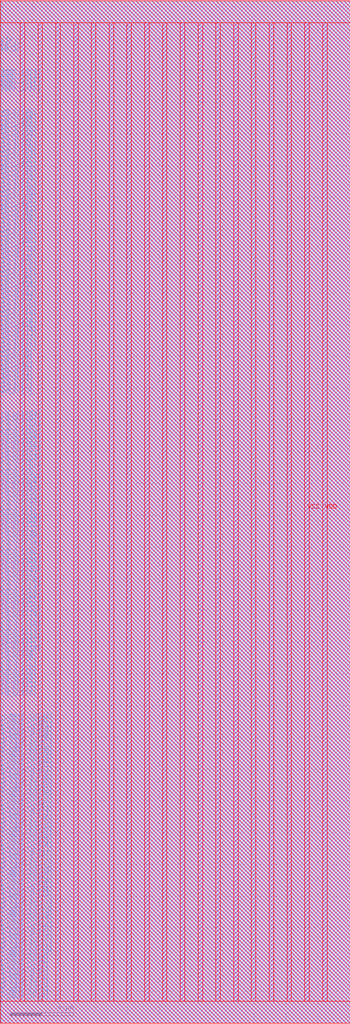
<source format=lef>
VERSION 5.7 ;
BUSBITCHARS "[]" ;
MACRO fakeram45_32x64
  FOREIGN fakeram45_32x64 0 0 ;
  SYMMETRY X Y R90 ;
  SIZE 22.040 BY 64.400 ;
  CLASS BLOCK ;
  PIN w_mask_in[0]
    DIRECTION INPUT ;
    USE SIGNAL ;
    SHAPE ABUTMENT ;
    PORT
      LAYER metal3 ;
      RECT 0.000 1.365 0.070 1.435 ;
    END
  END w_mask_in[0]
  PIN w_mask_in[1]
    DIRECTION INPUT ;
    USE SIGNAL ;
    SHAPE ABUTMENT ;
    PORT
      LAYER metal3 ;
      RECT 0.000 1.645 0.070 1.715 ;
    END
  END w_mask_in[1]
  PIN w_mask_in[2]
    DIRECTION INPUT ;
    USE SIGNAL ;
    SHAPE ABUTMENT ;
    PORT
      LAYER metal3 ;
      RECT 0.000 1.925 0.070 1.995 ;
    END
  END w_mask_in[2]
  PIN w_mask_in[3]
    DIRECTION INPUT ;
    USE SIGNAL ;
    SHAPE ABUTMENT ;
    PORT
      LAYER metal3 ;
      RECT 0.000 2.205 0.070 2.275 ;
    END
  END w_mask_in[3]
  PIN w_mask_in[4]
    DIRECTION INPUT ;
    USE SIGNAL ;
    SHAPE ABUTMENT ;
    PORT
      LAYER metal3 ;
      RECT 0.000 2.485 0.070 2.555 ;
    END
  END w_mask_in[4]
  PIN w_mask_in[5]
    DIRECTION INPUT ;
    USE SIGNAL ;
    SHAPE ABUTMENT ;
    PORT
      LAYER metal3 ;
      RECT 0.000 2.765 0.070 2.835 ;
    END
  END w_mask_in[5]
  PIN w_mask_in[6]
    DIRECTION INPUT ;
    USE SIGNAL ;
    SHAPE ABUTMENT ;
    PORT
      LAYER metal3 ;
      RECT 0.000 3.045 0.070 3.115 ;
    END
  END w_mask_in[6]
  PIN w_mask_in[7]
    DIRECTION INPUT ;
    USE SIGNAL ;
    SHAPE ABUTMENT ;
    PORT
      LAYER metal3 ;
      RECT 0.000 3.325 0.070 3.395 ;
    END
  END w_mask_in[7]
  PIN w_mask_in[8]
    DIRECTION INPUT ;
    USE SIGNAL ;
    SHAPE ABUTMENT ;
    PORT
      LAYER metal3 ;
      RECT 0.000 3.605 0.070 3.675 ;
    END
  END w_mask_in[8]
  PIN w_mask_in[9]
    DIRECTION INPUT ;
    USE SIGNAL ;
    SHAPE ABUTMENT ;
    PORT
      LAYER metal3 ;
      RECT 0.000 3.885 0.070 3.955 ;
    END
  END w_mask_in[9]
  PIN w_mask_in[10]
    DIRECTION INPUT ;
    USE SIGNAL ;
    SHAPE ABUTMENT ;
    PORT
      LAYER metal3 ;
      RECT 0.000 4.165 0.070 4.235 ;
    END
  END w_mask_in[10]
  PIN w_mask_in[11]
    DIRECTION INPUT ;
    USE SIGNAL ;
    SHAPE ABUTMENT ;
    PORT
      LAYER metal3 ;
      RECT 0.000 4.445 0.070 4.515 ;
    END
  END w_mask_in[11]
  PIN w_mask_in[12]
    DIRECTION INPUT ;
    USE SIGNAL ;
    SHAPE ABUTMENT ;
    PORT
      LAYER metal3 ;
      RECT 0.000 4.725 0.070 4.795 ;
    END
  END w_mask_in[12]
  PIN w_mask_in[13]
    DIRECTION INPUT ;
    USE SIGNAL ;
    SHAPE ABUTMENT ;
    PORT
      LAYER metal3 ;
      RECT 0.000 5.005 0.070 5.075 ;
    END
  END w_mask_in[13]
  PIN w_mask_in[14]
    DIRECTION INPUT ;
    USE SIGNAL ;
    SHAPE ABUTMENT ;
    PORT
      LAYER metal3 ;
      RECT 0.000 5.285 0.070 5.355 ;
    END
  END w_mask_in[14]
  PIN w_mask_in[15]
    DIRECTION INPUT ;
    USE SIGNAL ;
    SHAPE ABUTMENT ;
    PORT
      LAYER metal3 ;
      RECT 0.000 5.565 0.070 5.635 ;
    END
  END w_mask_in[15]
  PIN w_mask_in[16]
    DIRECTION INPUT ;
    USE SIGNAL ;
    SHAPE ABUTMENT ;
    PORT
      LAYER metal3 ;
      RECT 0.000 5.845 0.070 5.915 ;
    END
  END w_mask_in[16]
  PIN w_mask_in[17]
    DIRECTION INPUT ;
    USE SIGNAL ;
    SHAPE ABUTMENT ;
    PORT
      LAYER metal3 ;
      RECT 0.000 6.125 0.070 6.195 ;
    END
  END w_mask_in[17]
  PIN w_mask_in[18]
    DIRECTION INPUT ;
    USE SIGNAL ;
    SHAPE ABUTMENT ;
    PORT
      LAYER metal3 ;
      RECT 0.000 6.405 0.070 6.475 ;
    END
  END w_mask_in[18]
  PIN w_mask_in[19]
    DIRECTION INPUT ;
    USE SIGNAL ;
    SHAPE ABUTMENT ;
    PORT
      LAYER metal3 ;
      RECT 0.000 6.685 0.070 6.755 ;
    END
  END w_mask_in[19]
  PIN w_mask_in[20]
    DIRECTION INPUT ;
    USE SIGNAL ;
    SHAPE ABUTMENT ;
    PORT
      LAYER metal3 ;
      RECT 0.000 6.965 0.070 7.035 ;
    END
  END w_mask_in[20]
  PIN w_mask_in[21]
    DIRECTION INPUT ;
    USE SIGNAL ;
    SHAPE ABUTMENT ;
    PORT
      LAYER metal3 ;
      RECT 0.000 7.245 0.070 7.315 ;
    END
  END w_mask_in[21]
  PIN w_mask_in[22]
    DIRECTION INPUT ;
    USE SIGNAL ;
    SHAPE ABUTMENT ;
    PORT
      LAYER metal3 ;
      RECT 0.000 7.525 0.070 7.595 ;
    END
  END w_mask_in[22]
  PIN w_mask_in[23]
    DIRECTION INPUT ;
    USE SIGNAL ;
    SHAPE ABUTMENT ;
    PORT
      LAYER metal3 ;
      RECT 0.000 7.805 0.070 7.875 ;
    END
  END w_mask_in[23]
  PIN w_mask_in[24]
    DIRECTION INPUT ;
    USE SIGNAL ;
    SHAPE ABUTMENT ;
    PORT
      LAYER metal3 ;
      RECT 0.000 8.085 0.070 8.155 ;
    END
  END w_mask_in[24]
  PIN w_mask_in[25]
    DIRECTION INPUT ;
    USE SIGNAL ;
    SHAPE ABUTMENT ;
    PORT
      LAYER metal3 ;
      RECT 0.000 8.365 0.070 8.435 ;
    END
  END w_mask_in[25]
  PIN w_mask_in[26]
    DIRECTION INPUT ;
    USE SIGNAL ;
    SHAPE ABUTMENT ;
    PORT
      LAYER metal3 ;
      RECT 0.000 8.645 0.070 8.715 ;
    END
  END w_mask_in[26]
  PIN w_mask_in[27]
    DIRECTION INPUT ;
    USE SIGNAL ;
    SHAPE ABUTMENT ;
    PORT
      LAYER metal3 ;
      RECT 0.000 8.925 0.070 8.995 ;
    END
  END w_mask_in[27]
  PIN w_mask_in[28]
    DIRECTION INPUT ;
    USE SIGNAL ;
    SHAPE ABUTMENT ;
    PORT
      LAYER metal3 ;
      RECT 0.000 9.205 0.070 9.275 ;
    END
  END w_mask_in[28]
  PIN w_mask_in[29]
    DIRECTION INPUT ;
    USE SIGNAL ;
    SHAPE ABUTMENT ;
    PORT
      LAYER metal3 ;
      RECT 0.000 9.485 0.070 9.555 ;
    END
  END w_mask_in[29]
  PIN w_mask_in[30]
    DIRECTION INPUT ;
    USE SIGNAL ;
    SHAPE ABUTMENT ;
    PORT
      LAYER metal3 ;
      RECT 0.000 9.765 0.070 9.835 ;
    END
  END w_mask_in[30]
  PIN w_mask_in[31]
    DIRECTION INPUT ;
    USE SIGNAL ;
    SHAPE ABUTMENT ;
    PORT
      LAYER metal3 ;
      RECT 0.000 10.045 0.070 10.115 ;
    END
  END w_mask_in[31]
  PIN w_mask_in[32]
    DIRECTION INPUT ;
    USE SIGNAL ;
    SHAPE ABUTMENT ;
    PORT
      LAYER metal3 ;
      RECT 0.000 10.325 0.070 10.395 ;
    END
  END w_mask_in[32]
  PIN w_mask_in[33]
    DIRECTION INPUT ;
    USE SIGNAL ;
    SHAPE ABUTMENT ;
    PORT
      LAYER metal3 ;
      RECT 0.000 10.605 0.070 10.675 ;
    END
  END w_mask_in[33]
  PIN w_mask_in[34]
    DIRECTION INPUT ;
    USE SIGNAL ;
    SHAPE ABUTMENT ;
    PORT
      LAYER metal3 ;
      RECT 0.000 10.885 0.070 10.955 ;
    END
  END w_mask_in[34]
  PIN w_mask_in[35]
    DIRECTION INPUT ;
    USE SIGNAL ;
    SHAPE ABUTMENT ;
    PORT
      LAYER metal3 ;
      RECT 0.000 11.165 0.070 11.235 ;
    END
  END w_mask_in[35]
  PIN w_mask_in[36]
    DIRECTION INPUT ;
    USE SIGNAL ;
    SHAPE ABUTMENT ;
    PORT
      LAYER metal3 ;
      RECT 0.000 11.445 0.070 11.515 ;
    END
  END w_mask_in[36]
  PIN w_mask_in[37]
    DIRECTION INPUT ;
    USE SIGNAL ;
    SHAPE ABUTMENT ;
    PORT
      LAYER metal3 ;
      RECT 0.000 11.725 0.070 11.795 ;
    END
  END w_mask_in[37]
  PIN w_mask_in[38]
    DIRECTION INPUT ;
    USE SIGNAL ;
    SHAPE ABUTMENT ;
    PORT
      LAYER metal3 ;
      RECT 0.000 12.005 0.070 12.075 ;
    END
  END w_mask_in[38]
  PIN w_mask_in[39]
    DIRECTION INPUT ;
    USE SIGNAL ;
    SHAPE ABUTMENT ;
    PORT
      LAYER metal3 ;
      RECT 0.000 12.285 0.070 12.355 ;
    END
  END w_mask_in[39]
  PIN w_mask_in[40]
    DIRECTION INPUT ;
    USE SIGNAL ;
    SHAPE ABUTMENT ;
    PORT
      LAYER metal3 ;
      RECT 0.000 12.565 0.070 12.635 ;
    END
  END w_mask_in[40]
  PIN w_mask_in[41]
    DIRECTION INPUT ;
    USE SIGNAL ;
    SHAPE ABUTMENT ;
    PORT
      LAYER metal3 ;
      RECT 0.000 12.845 0.070 12.915 ;
    END
  END w_mask_in[41]
  PIN w_mask_in[42]
    DIRECTION INPUT ;
    USE SIGNAL ;
    SHAPE ABUTMENT ;
    PORT
      LAYER metal3 ;
      RECT 0.000 13.125 0.070 13.195 ;
    END
  END w_mask_in[42]
  PIN w_mask_in[43]
    DIRECTION INPUT ;
    USE SIGNAL ;
    SHAPE ABUTMENT ;
    PORT
      LAYER metal3 ;
      RECT 0.000 13.405 0.070 13.475 ;
    END
  END w_mask_in[43]
  PIN w_mask_in[44]
    DIRECTION INPUT ;
    USE SIGNAL ;
    SHAPE ABUTMENT ;
    PORT
      LAYER metal3 ;
      RECT 0.000 13.685 0.070 13.755 ;
    END
  END w_mask_in[44]
  PIN w_mask_in[45]
    DIRECTION INPUT ;
    USE SIGNAL ;
    SHAPE ABUTMENT ;
    PORT
      LAYER metal3 ;
      RECT 0.000 13.965 0.070 14.035 ;
    END
  END w_mask_in[45]
  PIN w_mask_in[46]
    DIRECTION INPUT ;
    USE SIGNAL ;
    SHAPE ABUTMENT ;
    PORT
      LAYER metal3 ;
      RECT 0.000 14.245 0.070 14.315 ;
    END
  END w_mask_in[46]
  PIN w_mask_in[47]
    DIRECTION INPUT ;
    USE SIGNAL ;
    SHAPE ABUTMENT ;
    PORT
      LAYER metal3 ;
      RECT 0.000 14.525 0.070 14.595 ;
    END
  END w_mask_in[47]
  PIN w_mask_in[48]
    DIRECTION INPUT ;
    USE SIGNAL ;
    SHAPE ABUTMENT ;
    PORT
      LAYER metal3 ;
      RECT 0.000 14.805 0.070 14.875 ;
    END
  END w_mask_in[48]
  PIN w_mask_in[49]
    DIRECTION INPUT ;
    USE SIGNAL ;
    SHAPE ABUTMENT ;
    PORT
      LAYER metal3 ;
      RECT 0.000 15.085 0.070 15.155 ;
    END
  END w_mask_in[49]
  PIN w_mask_in[50]
    DIRECTION INPUT ;
    USE SIGNAL ;
    SHAPE ABUTMENT ;
    PORT
      LAYER metal3 ;
      RECT 0.000 15.365 0.070 15.435 ;
    END
  END w_mask_in[50]
  PIN w_mask_in[51]
    DIRECTION INPUT ;
    USE SIGNAL ;
    SHAPE ABUTMENT ;
    PORT
      LAYER metal3 ;
      RECT 0.000 15.645 0.070 15.715 ;
    END
  END w_mask_in[51]
  PIN w_mask_in[52]
    DIRECTION INPUT ;
    USE SIGNAL ;
    SHAPE ABUTMENT ;
    PORT
      LAYER metal3 ;
      RECT 0.000 15.925 0.070 15.995 ;
    END
  END w_mask_in[52]
  PIN w_mask_in[53]
    DIRECTION INPUT ;
    USE SIGNAL ;
    SHAPE ABUTMENT ;
    PORT
      LAYER metal3 ;
      RECT 0.000 16.205 0.070 16.275 ;
    END
  END w_mask_in[53]
  PIN w_mask_in[54]
    DIRECTION INPUT ;
    USE SIGNAL ;
    SHAPE ABUTMENT ;
    PORT
      LAYER metal3 ;
      RECT 0.000 16.485 0.070 16.555 ;
    END
  END w_mask_in[54]
  PIN w_mask_in[55]
    DIRECTION INPUT ;
    USE SIGNAL ;
    SHAPE ABUTMENT ;
    PORT
      LAYER metal3 ;
      RECT 0.000 16.765 0.070 16.835 ;
    END
  END w_mask_in[55]
  PIN w_mask_in[56]
    DIRECTION INPUT ;
    USE SIGNAL ;
    SHAPE ABUTMENT ;
    PORT
      LAYER metal3 ;
      RECT 0.000 17.045 0.070 17.115 ;
    END
  END w_mask_in[56]
  PIN w_mask_in[57]
    DIRECTION INPUT ;
    USE SIGNAL ;
    SHAPE ABUTMENT ;
    PORT
      LAYER metal3 ;
      RECT 0.000 17.325 0.070 17.395 ;
    END
  END w_mask_in[57]
  PIN w_mask_in[58]
    DIRECTION INPUT ;
    USE SIGNAL ;
    SHAPE ABUTMENT ;
    PORT
      LAYER metal3 ;
      RECT 0.000 17.605 0.070 17.675 ;
    END
  END w_mask_in[58]
  PIN w_mask_in[59]
    DIRECTION INPUT ;
    USE SIGNAL ;
    SHAPE ABUTMENT ;
    PORT
      LAYER metal3 ;
      RECT 0.000 17.885 0.070 17.955 ;
    END
  END w_mask_in[59]
  PIN w_mask_in[60]
    DIRECTION INPUT ;
    USE SIGNAL ;
    SHAPE ABUTMENT ;
    PORT
      LAYER metal3 ;
      RECT 0.000 18.165 0.070 18.235 ;
    END
  END w_mask_in[60]
  PIN w_mask_in[61]
    DIRECTION INPUT ;
    USE SIGNAL ;
    SHAPE ABUTMENT ;
    PORT
      LAYER metal3 ;
      RECT 0.000 18.445 0.070 18.515 ;
    END
  END w_mask_in[61]
  PIN w_mask_in[62]
    DIRECTION INPUT ;
    USE SIGNAL ;
    SHAPE ABUTMENT ;
    PORT
      LAYER metal3 ;
      RECT 0.000 18.725 0.070 18.795 ;
    END
  END w_mask_in[62]
  PIN w_mask_in[63]
    DIRECTION INPUT ;
    USE SIGNAL ;
    SHAPE ABUTMENT ;
    PORT
      LAYER metal3 ;
      RECT 0.000 19.005 0.070 19.075 ;
    END
  END w_mask_in[63]
  PIN rd_out[0]
    DIRECTION OUTPUT ;
    USE SIGNAL ;
    SHAPE ABUTMENT ;
    PORT
      LAYER metal3 ;
      RECT 0.000 20.405 0.070 20.475 ;
    END
  END rd_out[0]
  PIN rd_out[1]
    DIRECTION OUTPUT ;
    USE SIGNAL ;
    SHAPE ABUTMENT ;
    PORT
      LAYER metal3 ;
      RECT 0.000 20.685 0.070 20.755 ;
    END
  END rd_out[1]
  PIN rd_out[2]
    DIRECTION OUTPUT ;
    USE SIGNAL ;
    SHAPE ABUTMENT ;
    PORT
      LAYER metal3 ;
      RECT 0.000 20.965 0.070 21.035 ;
    END
  END rd_out[2]
  PIN rd_out[3]
    DIRECTION OUTPUT ;
    USE SIGNAL ;
    SHAPE ABUTMENT ;
    PORT
      LAYER metal3 ;
      RECT 0.000 21.245 0.070 21.315 ;
    END
  END rd_out[3]
  PIN rd_out[4]
    DIRECTION OUTPUT ;
    USE SIGNAL ;
    SHAPE ABUTMENT ;
    PORT
      LAYER metal3 ;
      RECT 0.000 21.525 0.070 21.595 ;
    END
  END rd_out[4]
  PIN rd_out[5]
    DIRECTION OUTPUT ;
    USE SIGNAL ;
    SHAPE ABUTMENT ;
    PORT
      LAYER metal3 ;
      RECT 0.000 21.805 0.070 21.875 ;
    END
  END rd_out[5]
  PIN rd_out[6]
    DIRECTION OUTPUT ;
    USE SIGNAL ;
    SHAPE ABUTMENT ;
    PORT
      LAYER metal3 ;
      RECT 0.000 22.085 0.070 22.155 ;
    END
  END rd_out[6]
  PIN rd_out[7]
    DIRECTION OUTPUT ;
    USE SIGNAL ;
    SHAPE ABUTMENT ;
    PORT
      LAYER metal3 ;
      RECT 0.000 22.365 0.070 22.435 ;
    END
  END rd_out[7]
  PIN rd_out[8]
    DIRECTION OUTPUT ;
    USE SIGNAL ;
    SHAPE ABUTMENT ;
    PORT
      LAYER metal3 ;
      RECT 0.000 22.645 0.070 22.715 ;
    END
  END rd_out[8]
  PIN rd_out[9]
    DIRECTION OUTPUT ;
    USE SIGNAL ;
    SHAPE ABUTMENT ;
    PORT
      LAYER metal3 ;
      RECT 0.000 22.925 0.070 22.995 ;
    END
  END rd_out[9]
  PIN rd_out[10]
    DIRECTION OUTPUT ;
    USE SIGNAL ;
    SHAPE ABUTMENT ;
    PORT
      LAYER metal3 ;
      RECT 0.000 23.205 0.070 23.275 ;
    END
  END rd_out[10]
  PIN rd_out[11]
    DIRECTION OUTPUT ;
    USE SIGNAL ;
    SHAPE ABUTMENT ;
    PORT
      LAYER metal3 ;
      RECT 0.000 23.485 0.070 23.555 ;
    END
  END rd_out[11]
  PIN rd_out[12]
    DIRECTION OUTPUT ;
    USE SIGNAL ;
    SHAPE ABUTMENT ;
    PORT
      LAYER metal3 ;
      RECT 0.000 23.765 0.070 23.835 ;
    END
  END rd_out[12]
  PIN rd_out[13]
    DIRECTION OUTPUT ;
    USE SIGNAL ;
    SHAPE ABUTMENT ;
    PORT
      LAYER metal3 ;
      RECT 0.000 24.045 0.070 24.115 ;
    END
  END rd_out[13]
  PIN rd_out[14]
    DIRECTION OUTPUT ;
    USE SIGNAL ;
    SHAPE ABUTMENT ;
    PORT
      LAYER metal3 ;
      RECT 0.000 24.325 0.070 24.395 ;
    END
  END rd_out[14]
  PIN rd_out[15]
    DIRECTION OUTPUT ;
    USE SIGNAL ;
    SHAPE ABUTMENT ;
    PORT
      LAYER metal3 ;
      RECT 0.000 24.605 0.070 24.675 ;
    END
  END rd_out[15]
  PIN rd_out[16]
    DIRECTION OUTPUT ;
    USE SIGNAL ;
    SHAPE ABUTMENT ;
    PORT
      LAYER metal3 ;
      RECT 0.000 24.885 0.070 24.955 ;
    END
  END rd_out[16]
  PIN rd_out[17]
    DIRECTION OUTPUT ;
    USE SIGNAL ;
    SHAPE ABUTMENT ;
    PORT
      LAYER metal3 ;
      RECT 0.000 25.165 0.070 25.235 ;
    END
  END rd_out[17]
  PIN rd_out[18]
    DIRECTION OUTPUT ;
    USE SIGNAL ;
    SHAPE ABUTMENT ;
    PORT
      LAYER metal3 ;
      RECT 0.000 25.445 0.070 25.515 ;
    END
  END rd_out[18]
  PIN rd_out[19]
    DIRECTION OUTPUT ;
    USE SIGNAL ;
    SHAPE ABUTMENT ;
    PORT
      LAYER metal3 ;
      RECT 0.000 25.725 0.070 25.795 ;
    END
  END rd_out[19]
  PIN rd_out[20]
    DIRECTION OUTPUT ;
    USE SIGNAL ;
    SHAPE ABUTMENT ;
    PORT
      LAYER metal3 ;
      RECT 0.000 26.005 0.070 26.075 ;
    END
  END rd_out[20]
  PIN rd_out[21]
    DIRECTION OUTPUT ;
    USE SIGNAL ;
    SHAPE ABUTMENT ;
    PORT
      LAYER metal3 ;
      RECT 0.000 26.285 0.070 26.355 ;
    END
  END rd_out[21]
  PIN rd_out[22]
    DIRECTION OUTPUT ;
    USE SIGNAL ;
    SHAPE ABUTMENT ;
    PORT
      LAYER metal3 ;
      RECT 0.000 26.565 0.070 26.635 ;
    END
  END rd_out[22]
  PIN rd_out[23]
    DIRECTION OUTPUT ;
    USE SIGNAL ;
    SHAPE ABUTMENT ;
    PORT
      LAYER metal3 ;
      RECT 0.000 26.845 0.070 26.915 ;
    END
  END rd_out[23]
  PIN rd_out[24]
    DIRECTION OUTPUT ;
    USE SIGNAL ;
    SHAPE ABUTMENT ;
    PORT
      LAYER metal3 ;
      RECT 0.000 27.125 0.070 27.195 ;
    END
  END rd_out[24]
  PIN rd_out[25]
    DIRECTION OUTPUT ;
    USE SIGNAL ;
    SHAPE ABUTMENT ;
    PORT
      LAYER metal3 ;
      RECT 0.000 27.405 0.070 27.475 ;
    END
  END rd_out[25]
  PIN rd_out[26]
    DIRECTION OUTPUT ;
    USE SIGNAL ;
    SHAPE ABUTMENT ;
    PORT
      LAYER metal3 ;
      RECT 0.000 27.685 0.070 27.755 ;
    END
  END rd_out[26]
  PIN rd_out[27]
    DIRECTION OUTPUT ;
    USE SIGNAL ;
    SHAPE ABUTMENT ;
    PORT
      LAYER metal3 ;
      RECT 0.000 27.965 0.070 28.035 ;
    END
  END rd_out[27]
  PIN rd_out[28]
    DIRECTION OUTPUT ;
    USE SIGNAL ;
    SHAPE ABUTMENT ;
    PORT
      LAYER metal3 ;
      RECT 0.000 28.245 0.070 28.315 ;
    END
  END rd_out[28]
  PIN rd_out[29]
    DIRECTION OUTPUT ;
    USE SIGNAL ;
    SHAPE ABUTMENT ;
    PORT
      LAYER metal3 ;
      RECT 0.000 28.525 0.070 28.595 ;
    END
  END rd_out[29]
  PIN rd_out[30]
    DIRECTION OUTPUT ;
    USE SIGNAL ;
    SHAPE ABUTMENT ;
    PORT
      LAYER metal3 ;
      RECT 0.000 28.805 0.070 28.875 ;
    END
  END rd_out[30]
  PIN rd_out[31]
    DIRECTION OUTPUT ;
    USE SIGNAL ;
    SHAPE ABUTMENT ;
    PORT
      LAYER metal3 ;
      RECT 0.000 29.085 0.070 29.155 ;
    END
  END rd_out[31]
  PIN rd_out[32]
    DIRECTION OUTPUT ;
    USE SIGNAL ;
    SHAPE ABUTMENT ;
    PORT
      LAYER metal3 ;
      RECT 0.000 29.365 0.070 29.435 ;
    END
  END rd_out[32]
  PIN rd_out[33]
    DIRECTION OUTPUT ;
    USE SIGNAL ;
    SHAPE ABUTMENT ;
    PORT
      LAYER metal3 ;
      RECT 0.000 29.645 0.070 29.715 ;
    END
  END rd_out[33]
  PIN rd_out[34]
    DIRECTION OUTPUT ;
    USE SIGNAL ;
    SHAPE ABUTMENT ;
    PORT
      LAYER metal3 ;
      RECT 0.000 29.925 0.070 29.995 ;
    END
  END rd_out[34]
  PIN rd_out[35]
    DIRECTION OUTPUT ;
    USE SIGNAL ;
    SHAPE ABUTMENT ;
    PORT
      LAYER metal3 ;
      RECT 0.000 30.205 0.070 30.275 ;
    END
  END rd_out[35]
  PIN rd_out[36]
    DIRECTION OUTPUT ;
    USE SIGNAL ;
    SHAPE ABUTMENT ;
    PORT
      LAYER metal3 ;
      RECT 0.000 30.485 0.070 30.555 ;
    END
  END rd_out[36]
  PIN rd_out[37]
    DIRECTION OUTPUT ;
    USE SIGNAL ;
    SHAPE ABUTMENT ;
    PORT
      LAYER metal3 ;
      RECT 0.000 30.765 0.070 30.835 ;
    END
  END rd_out[37]
  PIN rd_out[38]
    DIRECTION OUTPUT ;
    USE SIGNAL ;
    SHAPE ABUTMENT ;
    PORT
      LAYER metal3 ;
      RECT 0.000 31.045 0.070 31.115 ;
    END
  END rd_out[38]
  PIN rd_out[39]
    DIRECTION OUTPUT ;
    USE SIGNAL ;
    SHAPE ABUTMENT ;
    PORT
      LAYER metal3 ;
      RECT 0.000 31.325 0.070 31.395 ;
    END
  END rd_out[39]
  PIN rd_out[40]
    DIRECTION OUTPUT ;
    USE SIGNAL ;
    SHAPE ABUTMENT ;
    PORT
      LAYER metal3 ;
      RECT 0.000 31.605 0.070 31.675 ;
    END
  END rd_out[40]
  PIN rd_out[41]
    DIRECTION OUTPUT ;
    USE SIGNAL ;
    SHAPE ABUTMENT ;
    PORT
      LAYER metal3 ;
      RECT 0.000 31.885 0.070 31.955 ;
    END
  END rd_out[41]
  PIN rd_out[42]
    DIRECTION OUTPUT ;
    USE SIGNAL ;
    SHAPE ABUTMENT ;
    PORT
      LAYER metal3 ;
      RECT 0.000 32.165 0.070 32.235 ;
    END
  END rd_out[42]
  PIN rd_out[43]
    DIRECTION OUTPUT ;
    USE SIGNAL ;
    SHAPE ABUTMENT ;
    PORT
      LAYER metal3 ;
      RECT 0.000 32.445 0.070 32.515 ;
    END
  END rd_out[43]
  PIN rd_out[44]
    DIRECTION OUTPUT ;
    USE SIGNAL ;
    SHAPE ABUTMENT ;
    PORT
      LAYER metal3 ;
      RECT 0.000 32.725 0.070 32.795 ;
    END
  END rd_out[44]
  PIN rd_out[45]
    DIRECTION OUTPUT ;
    USE SIGNAL ;
    SHAPE ABUTMENT ;
    PORT
      LAYER metal3 ;
      RECT 0.000 33.005 0.070 33.075 ;
    END
  END rd_out[45]
  PIN rd_out[46]
    DIRECTION OUTPUT ;
    USE SIGNAL ;
    SHAPE ABUTMENT ;
    PORT
      LAYER metal3 ;
      RECT 0.000 33.285 0.070 33.355 ;
    END
  END rd_out[46]
  PIN rd_out[47]
    DIRECTION OUTPUT ;
    USE SIGNAL ;
    SHAPE ABUTMENT ;
    PORT
      LAYER metal3 ;
      RECT 0.000 33.565 0.070 33.635 ;
    END
  END rd_out[47]
  PIN rd_out[48]
    DIRECTION OUTPUT ;
    USE SIGNAL ;
    SHAPE ABUTMENT ;
    PORT
      LAYER metal3 ;
      RECT 0.000 33.845 0.070 33.915 ;
    END
  END rd_out[48]
  PIN rd_out[49]
    DIRECTION OUTPUT ;
    USE SIGNAL ;
    SHAPE ABUTMENT ;
    PORT
      LAYER metal3 ;
      RECT 0.000 34.125 0.070 34.195 ;
    END
  END rd_out[49]
  PIN rd_out[50]
    DIRECTION OUTPUT ;
    USE SIGNAL ;
    SHAPE ABUTMENT ;
    PORT
      LAYER metal3 ;
      RECT 0.000 34.405 0.070 34.475 ;
    END
  END rd_out[50]
  PIN rd_out[51]
    DIRECTION OUTPUT ;
    USE SIGNAL ;
    SHAPE ABUTMENT ;
    PORT
      LAYER metal3 ;
      RECT 0.000 34.685 0.070 34.755 ;
    END
  END rd_out[51]
  PIN rd_out[52]
    DIRECTION OUTPUT ;
    USE SIGNAL ;
    SHAPE ABUTMENT ;
    PORT
      LAYER metal3 ;
      RECT 0.000 34.965 0.070 35.035 ;
    END
  END rd_out[52]
  PIN rd_out[53]
    DIRECTION OUTPUT ;
    USE SIGNAL ;
    SHAPE ABUTMENT ;
    PORT
      LAYER metal3 ;
      RECT 0.000 35.245 0.070 35.315 ;
    END
  END rd_out[53]
  PIN rd_out[54]
    DIRECTION OUTPUT ;
    USE SIGNAL ;
    SHAPE ABUTMENT ;
    PORT
      LAYER metal3 ;
      RECT 0.000 35.525 0.070 35.595 ;
    END
  END rd_out[54]
  PIN rd_out[55]
    DIRECTION OUTPUT ;
    USE SIGNAL ;
    SHAPE ABUTMENT ;
    PORT
      LAYER metal3 ;
      RECT 0.000 35.805 0.070 35.875 ;
    END
  END rd_out[55]
  PIN rd_out[56]
    DIRECTION OUTPUT ;
    USE SIGNAL ;
    SHAPE ABUTMENT ;
    PORT
      LAYER metal3 ;
      RECT 0.000 36.085 0.070 36.155 ;
    END
  END rd_out[56]
  PIN rd_out[57]
    DIRECTION OUTPUT ;
    USE SIGNAL ;
    SHAPE ABUTMENT ;
    PORT
      LAYER metal3 ;
      RECT 0.000 36.365 0.070 36.435 ;
    END
  END rd_out[57]
  PIN rd_out[58]
    DIRECTION OUTPUT ;
    USE SIGNAL ;
    SHAPE ABUTMENT ;
    PORT
      LAYER metal3 ;
      RECT 0.000 36.645 0.070 36.715 ;
    END
  END rd_out[58]
  PIN rd_out[59]
    DIRECTION OUTPUT ;
    USE SIGNAL ;
    SHAPE ABUTMENT ;
    PORT
      LAYER metal3 ;
      RECT 0.000 36.925 0.070 36.995 ;
    END
  END rd_out[59]
  PIN rd_out[60]
    DIRECTION OUTPUT ;
    USE SIGNAL ;
    SHAPE ABUTMENT ;
    PORT
      LAYER metal3 ;
      RECT 0.000 37.205 0.070 37.275 ;
    END
  END rd_out[60]
  PIN rd_out[61]
    DIRECTION OUTPUT ;
    USE SIGNAL ;
    SHAPE ABUTMENT ;
    PORT
      LAYER metal3 ;
      RECT 0.000 37.485 0.070 37.555 ;
    END
  END rd_out[61]
  PIN rd_out[62]
    DIRECTION OUTPUT ;
    USE SIGNAL ;
    SHAPE ABUTMENT ;
    PORT
      LAYER metal3 ;
      RECT 0.000 37.765 0.070 37.835 ;
    END
  END rd_out[62]
  PIN rd_out[63]
    DIRECTION OUTPUT ;
    USE SIGNAL ;
    SHAPE ABUTMENT ;
    PORT
      LAYER metal3 ;
      RECT 0.000 38.045 0.070 38.115 ;
    END
  END rd_out[63]
  PIN wd_in[0]
    DIRECTION INPUT ;
    USE SIGNAL ;
    SHAPE ABUTMENT ;
    PORT
      LAYER metal3 ;
      RECT 0.000 39.445 0.070 39.515 ;
    END
  END wd_in[0]
  PIN wd_in[1]
    DIRECTION INPUT ;
    USE SIGNAL ;
    SHAPE ABUTMENT ;
    PORT
      LAYER metal3 ;
      RECT 0.000 39.725 0.070 39.795 ;
    END
  END wd_in[1]
  PIN wd_in[2]
    DIRECTION INPUT ;
    USE SIGNAL ;
    SHAPE ABUTMENT ;
    PORT
      LAYER metal3 ;
      RECT 0.000 40.005 0.070 40.075 ;
    END
  END wd_in[2]
  PIN wd_in[3]
    DIRECTION INPUT ;
    USE SIGNAL ;
    SHAPE ABUTMENT ;
    PORT
      LAYER metal3 ;
      RECT 0.000 40.285 0.070 40.355 ;
    END
  END wd_in[3]
  PIN wd_in[4]
    DIRECTION INPUT ;
    USE SIGNAL ;
    SHAPE ABUTMENT ;
    PORT
      LAYER metal3 ;
      RECT 0.000 40.565 0.070 40.635 ;
    END
  END wd_in[4]
  PIN wd_in[5]
    DIRECTION INPUT ;
    USE SIGNAL ;
    SHAPE ABUTMENT ;
    PORT
      LAYER metal3 ;
      RECT 0.000 40.845 0.070 40.915 ;
    END
  END wd_in[5]
  PIN wd_in[6]
    DIRECTION INPUT ;
    USE SIGNAL ;
    SHAPE ABUTMENT ;
    PORT
      LAYER metal3 ;
      RECT 0.000 41.125 0.070 41.195 ;
    END
  END wd_in[6]
  PIN wd_in[7]
    DIRECTION INPUT ;
    USE SIGNAL ;
    SHAPE ABUTMENT ;
    PORT
      LAYER metal3 ;
      RECT 0.000 41.405 0.070 41.475 ;
    END
  END wd_in[7]
  PIN wd_in[8]
    DIRECTION INPUT ;
    USE SIGNAL ;
    SHAPE ABUTMENT ;
    PORT
      LAYER metal3 ;
      RECT 0.000 41.685 0.070 41.755 ;
    END
  END wd_in[8]
  PIN wd_in[9]
    DIRECTION INPUT ;
    USE SIGNAL ;
    SHAPE ABUTMENT ;
    PORT
      LAYER metal3 ;
      RECT 0.000 41.965 0.070 42.035 ;
    END
  END wd_in[9]
  PIN wd_in[10]
    DIRECTION INPUT ;
    USE SIGNAL ;
    SHAPE ABUTMENT ;
    PORT
      LAYER metal3 ;
      RECT 0.000 42.245 0.070 42.315 ;
    END
  END wd_in[10]
  PIN wd_in[11]
    DIRECTION INPUT ;
    USE SIGNAL ;
    SHAPE ABUTMENT ;
    PORT
      LAYER metal3 ;
      RECT 0.000 42.525 0.070 42.595 ;
    END
  END wd_in[11]
  PIN wd_in[12]
    DIRECTION INPUT ;
    USE SIGNAL ;
    SHAPE ABUTMENT ;
    PORT
      LAYER metal3 ;
      RECT 0.000 42.805 0.070 42.875 ;
    END
  END wd_in[12]
  PIN wd_in[13]
    DIRECTION INPUT ;
    USE SIGNAL ;
    SHAPE ABUTMENT ;
    PORT
      LAYER metal3 ;
      RECT 0.000 43.085 0.070 43.155 ;
    END
  END wd_in[13]
  PIN wd_in[14]
    DIRECTION INPUT ;
    USE SIGNAL ;
    SHAPE ABUTMENT ;
    PORT
      LAYER metal3 ;
      RECT 0.000 43.365 0.070 43.435 ;
    END
  END wd_in[14]
  PIN wd_in[15]
    DIRECTION INPUT ;
    USE SIGNAL ;
    SHAPE ABUTMENT ;
    PORT
      LAYER metal3 ;
      RECT 0.000 43.645 0.070 43.715 ;
    END
  END wd_in[15]
  PIN wd_in[16]
    DIRECTION INPUT ;
    USE SIGNAL ;
    SHAPE ABUTMENT ;
    PORT
      LAYER metal3 ;
      RECT 0.000 43.925 0.070 43.995 ;
    END
  END wd_in[16]
  PIN wd_in[17]
    DIRECTION INPUT ;
    USE SIGNAL ;
    SHAPE ABUTMENT ;
    PORT
      LAYER metal3 ;
      RECT 0.000 44.205 0.070 44.275 ;
    END
  END wd_in[17]
  PIN wd_in[18]
    DIRECTION INPUT ;
    USE SIGNAL ;
    SHAPE ABUTMENT ;
    PORT
      LAYER metal3 ;
      RECT 0.000 44.485 0.070 44.555 ;
    END
  END wd_in[18]
  PIN wd_in[19]
    DIRECTION INPUT ;
    USE SIGNAL ;
    SHAPE ABUTMENT ;
    PORT
      LAYER metal3 ;
      RECT 0.000 44.765 0.070 44.835 ;
    END
  END wd_in[19]
  PIN wd_in[20]
    DIRECTION INPUT ;
    USE SIGNAL ;
    SHAPE ABUTMENT ;
    PORT
      LAYER metal3 ;
      RECT 0.000 45.045 0.070 45.115 ;
    END
  END wd_in[20]
  PIN wd_in[21]
    DIRECTION INPUT ;
    USE SIGNAL ;
    SHAPE ABUTMENT ;
    PORT
      LAYER metal3 ;
      RECT 0.000 45.325 0.070 45.395 ;
    END
  END wd_in[21]
  PIN wd_in[22]
    DIRECTION INPUT ;
    USE SIGNAL ;
    SHAPE ABUTMENT ;
    PORT
      LAYER metal3 ;
      RECT 0.000 45.605 0.070 45.675 ;
    END
  END wd_in[22]
  PIN wd_in[23]
    DIRECTION INPUT ;
    USE SIGNAL ;
    SHAPE ABUTMENT ;
    PORT
      LAYER metal3 ;
      RECT 0.000 45.885 0.070 45.955 ;
    END
  END wd_in[23]
  PIN wd_in[24]
    DIRECTION INPUT ;
    USE SIGNAL ;
    SHAPE ABUTMENT ;
    PORT
      LAYER metal3 ;
      RECT 0.000 46.165 0.070 46.235 ;
    END
  END wd_in[24]
  PIN wd_in[25]
    DIRECTION INPUT ;
    USE SIGNAL ;
    SHAPE ABUTMENT ;
    PORT
      LAYER metal3 ;
      RECT 0.000 46.445 0.070 46.515 ;
    END
  END wd_in[25]
  PIN wd_in[26]
    DIRECTION INPUT ;
    USE SIGNAL ;
    SHAPE ABUTMENT ;
    PORT
      LAYER metal3 ;
      RECT 0.000 46.725 0.070 46.795 ;
    END
  END wd_in[26]
  PIN wd_in[27]
    DIRECTION INPUT ;
    USE SIGNAL ;
    SHAPE ABUTMENT ;
    PORT
      LAYER metal3 ;
      RECT 0.000 47.005 0.070 47.075 ;
    END
  END wd_in[27]
  PIN wd_in[28]
    DIRECTION INPUT ;
    USE SIGNAL ;
    SHAPE ABUTMENT ;
    PORT
      LAYER metal3 ;
      RECT 0.000 47.285 0.070 47.355 ;
    END
  END wd_in[28]
  PIN wd_in[29]
    DIRECTION INPUT ;
    USE SIGNAL ;
    SHAPE ABUTMENT ;
    PORT
      LAYER metal3 ;
      RECT 0.000 47.565 0.070 47.635 ;
    END
  END wd_in[29]
  PIN wd_in[30]
    DIRECTION INPUT ;
    USE SIGNAL ;
    SHAPE ABUTMENT ;
    PORT
      LAYER metal3 ;
      RECT 0.000 47.845 0.070 47.915 ;
    END
  END wd_in[30]
  PIN wd_in[31]
    DIRECTION INPUT ;
    USE SIGNAL ;
    SHAPE ABUTMENT ;
    PORT
      LAYER metal3 ;
      RECT 0.000 48.125 0.070 48.195 ;
    END
  END wd_in[31]
  PIN wd_in[32]
    DIRECTION INPUT ;
    USE SIGNAL ;
    SHAPE ABUTMENT ;
    PORT
      LAYER metal3 ;
      RECT 0.000 48.405 0.070 48.475 ;
    END
  END wd_in[32]
  PIN wd_in[33]
    DIRECTION INPUT ;
    USE SIGNAL ;
    SHAPE ABUTMENT ;
    PORT
      LAYER metal3 ;
      RECT 0.000 48.685 0.070 48.755 ;
    END
  END wd_in[33]
  PIN wd_in[34]
    DIRECTION INPUT ;
    USE SIGNAL ;
    SHAPE ABUTMENT ;
    PORT
      LAYER metal3 ;
      RECT 0.000 48.965 0.070 49.035 ;
    END
  END wd_in[34]
  PIN wd_in[35]
    DIRECTION INPUT ;
    USE SIGNAL ;
    SHAPE ABUTMENT ;
    PORT
      LAYER metal3 ;
      RECT 0.000 49.245 0.070 49.315 ;
    END
  END wd_in[35]
  PIN wd_in[36]
    DIRECTION INPUT ;
    USE SIGNAL ;
    SHAPE ABUTMENT ;
    PORT
      LAYER metal3 ;
      RECT 0.000 49.525 0.070 49.595 ;
    END
  END wd_in[36]
  PIN wd_in[37]
    DIRECTION INPUT ;
    USE SIGNAL ;
    SHAPE ABUTMENT ;
    PORT
      LAYER metal3 ;
      RECT 0.000 49.805 0.070 49.875 ;
    END
  END wd_in[37]
  PIN wd_in[38]
    DIRECTION INPUT ;
    USE SIGNAL ;
    SHAPE ABUTMENT ;
    PORT
      LAYER metal3 ;
      RECT 0.000 50.085 0.070 50.155 ;
    END
  END wd_in[38]
  PIN wd_in[39]
    DIRECTION INPUT ;
    USE SIGNAL ;
    SHAPE ABUTMENT ;
    PORT
      LAYER metal3 ;
      RECT 0.000 50.365 0.070 50.435 ;
    END
  END wd_in[39]
  PIN wd_in[40]
    DIRECTION INPUT ;
    USE SIGNAL ;
    SHAPE ABUTMENT ;
    PORT
      LAYER metal3 ;
      RECT 0.000 50.645 0.070 50.715 ;
    END
  END wd_in[40]
  PIN wd_in[41]
    DIRECTION INPUT ;
    USE SIGNAL ;
    SHAPE ABUTMENT ;
    PORT
      LAYER metal3 ;
      RECT 0.000 50.925 0.070 50.995 ;
    END
  END wd_in[41]
  PIN wd_in[42]
    DIRECTION INPUT ;
    USE SIGNAL ;
    SHAPE ABUTMENT ;
    PORT
      LAYER metal3 ;
      RECT 0.000 51.205 0.070 51.275 ;
    END
  END wd_in[42]
  PIN wd_in[43]
    DIRECTION INPUT ;
    USE SIGNAL ;
    SHAPE ABUTMENT ;
    PORT
      LAYER metal3 ;
      RECT 0.000 51.485 0.070 51.555 ;
    END
  END wd_in[43]
  PIN wd_in[44]
    DIRECTION INPUT ;
    USE SIGNAL ;
    SHAPE ABUTMENT ;
    PORT
      LAYER metal3 ;
      RECT 0.000 51.765 0.070 51.835 ;
    END
  END wd_in[44]
  PIN wd_in[45]
    DIRECTION INPUT ;
    USE SIGNAL ;
    SHAPE ABUTMENT ;
    PORT
      LAYER metal3 ;
      RECT 0.000 52.045 0.070 52.115 ;
    END
  END wd_in[45]
  PIN wd_in[46]
    DIRECTION INPUT ;
    USE SIGNAL ;
    SHAPE ABUTMENT ;
    PORT
      LAYER metal3 ;
      RECT 0.000 52.325 0.070 52.395 ;
    END
  END wd_in[46]
  PIN wd_in[47]
    DIRECTION INPUT ;
    USE SIGNAL ;
    SHAPE ABUTMENT ;
    PORT
      LAYER metal3 ;
      RECT 0.000 52.605 0.070 52.675 ;
    END
  END wd_in[47]
  PIN wd_in[48]
    DIRECTION INPUT ;
    USE SIGNAL ;
    SHAPE ABUTMENT ;
    PORT
      LAYER metal3 ;
      RECT 0.000 52.885 0.070 52.955 ;
    END
  END wd_in[48]
  PIN wd_in[49]
    DIRECTION INPUT ;
    USE SIGNAL ;
    SHAPE ABUTMENT ;
    PORT
      LAYER metal3 ;
      RECT 0.000 53.165 0.070 53.235 ;
    END
  END wd_in[49]
  PIN wd_in[50]
    DIRECTION INPUT ;
    USE SIGNAL ;
    SHAPE ABUTMENT ;
    PORT
      LAYER metal3 ;
      RECT 0.000 53.445 0.070 53.515 ;
    END
  END wd_in[50]
  PIN wd_in[51]
    DIRECTION INPUT ;
    USE SIGNAL ;
    SHAPE ABUTMENT ;
    PORT
      LAYER metal3 ;
      RECT 0.000 53.725 0.070 53.795 ;
    END
  END wd_in[51]
  PIN wd_in[52]
    DIRECTION INPUT ;
    USE SIGNAL ;
    SHAPE ABUTMENT ;
    PORT
      LAYER metal3 ;
      RECT 0.000 54.005 0.070 54.075 ;
    END
  END wd_in[52]
  PIN wd_in[53]
    DIRECTION INPUT ;
    USE SIGNAL ;
    SHAPE ABUTMENT ;
    PORT
      LAYER metal3 ;
      RECT 0.000 54.285 0.070 54.355 ;
    END
  END wd_in[53]
  PIN wd_in[54]
    DIRECTION INPUT ;
    USE SIGNAL ;
    SHAPE ABUTMENT ;
    PORT
      LAYER metal3 ;
      RECT 0.000 54.565 0.070 54.635 ;
    END
  END wd_in[54]
  PIN wd_in[55]
    DIRECTION INPUT ;
    USE SIGNAL ;
    SHAPE ABUTMENT ;
    PORT
      LAYER metal3 ;
      RECT 0.000 54.845 0.070 54.915 ;
    END
  END wd_in[55]
  PIN wd_in[56]
    DIRECTION INPUT ;
    USE SIGNAL ;
    SHAPE ABUTMENT ;
    PORT
      LAYER metal3 ;
      RECT 0.000 55.125 0.070 55.195 ;
    END
  END wd_in[56]
  PIN wd_in[57]
    DIRECTION INPUT ;
    USE SIGNAL ;
    SHAPE ABUTMENT ;
    PORT
      LAYER metal3 ;
      RECT 0.000 55.405 0.070 55.475 ;
    END
  END wd_in[57]
  PIN wd_in[58]
    DIRECTION INPUT ;
    USE SIGNAL ;
    SHAPE ABUTMENT ;
    PORT
      LAYER metal3 ;
      RECT 0.000 55.685 0.070 55.755 ;
    END
  END wd_in[58]
  PIN wd_in[59]
    DIRECTION INPUT ;
    USE SIGNAL ;
    SHAPE ABUTMENT ;
    PORT
      LAYER metal3 ;
      RECT 0.000 55.965 0.070 56.035 ;
    END
  END wd_in[59]
  PIN wd_in[60]
    DIRECTION INPUT ;
    USE SIGNAL ;
    SHAPE ABUTMENT ;
    PORT
      LAYER metal3 ;
      RECT 0.000 56.245 0.070 56.315 ;
    END
  END wd_in[60]
  PIN wd_in[61]
    DIRECTION INPUT ;
    USE SIGNAL ;
    SHAPE ABUTMENT ;
    PORT
      LAYER metal3 ;
      RECT 0.000 56.525 0.070 56.595 ;
    END
  END wd_in[61]
  PIN wd_in[62]
    DIRECTION INPUT ;
    USE SIGNAL ;
    SHAPE ABUTMENT ;
    PORT
      LAYER metal3 ;
      RECT 0.000 56.805 0.070 56.875 ;
    END
  END wd_in[62]
  PIN wd_in[63]
    DIRECTION INPUT ;
    USE SIGNAL ;
    SHAPE ABUTMENT ;
    PORT
      LAYER metal3 ;
      RECT 0.000 57.085 0.070 57.155 ;
    END
  END wd_in[63]
  PIN addr_in[0]
    DIRECTION INPUT ;
    USE SIGNAL ;
    SHAPE ABUTMENT ;
    PORT
      LAYER metal3 ;
      RECT 0.000 58.485 0.070 58.555 ;
    END
  END addr_in[0]
  PIN addr_in[1]
    DIRECTION INPUT ;
    USE SIGNAL ;
    SHAPE ABUTMENT ;
    PORT
      LAYER metal3 ;
      RECT 0.000 58.765 0.070 58.835 ;
    END
  END addr_in[1]
  PIN addr_in[2]
    DIRECTION INPUT ;
    USE SIGNAL ;
    SHAPE ABUTMENT ;
    PORT
      LAYER metal3 ;
      RECT 0.000 59.045 0.070 59.115 ;
    END
  END addr_in[2]
  PIN addr_in[3]
    DIRECTION INPUT ;
    USE SIGNAL ;
    SHAPE ABUTMENT ;
    PORT
      LAYER metal3 ;
      RECT 0.000 59.325 0.070 59.395 ;
    END
  END addr_in[3]
  PIN addr_in[4]
    DIRECTION INPUT ;
    USE SIGNAL ;
    SHAPE ABUTMENT ;
    PORT
      LAYER metal3 ;
      RECT 0.000 59.605 0.070 59.675 ;
    END
  END addr_in[4]
  PIN we_in
    DIRECTION INPUT ;
    USE SIGNAL ;
    SHAPE ABUTMENT ;
    PORT
      LAYER metal3 ;
      RECT 0.000 61.005 0.070 61.075 ;
    END
  END we_in
  PIN ce_in
    DIRECTION INPUT ;
    USE SIGNAL ;
    SHAPE ABUTMENT ;
    PORT
      LAYER metal3 ;
      RECT 0.000 61.285 0.070 61.355 ;
    END
  END ce_in
  PIN clk
    DIRECTION INPUT ;
    USE SIGNAL ;
    SHAPE ABUTMENT ;
    PORT
      LAYER metal3 ;
      RECT 0.000 61.565 0.070 61.635 ;
    END
  END clk
  PIN VSS
    DIRECTION INOUT ;
    USE GROUND ;
    PORT
      LAYER metal4 ;
      RECT 1.260 1.400 1.540 63.000 ;
      RECT 3.500 1.400 3.780 63.000 ;
      RECT 5.740 1.400 6.020 63.000 ;
      RECT 7.980 1.400 8.260 63.000 ;
      RECT 10.220 1.400 10.500 63.000 ;
      RECT 12.460 1.400 12.740 63.000 ;
      RECT 14.700 1.400 14.980 63.000 ;
      RECT 16.940 1.400 17.220 63.000 ;
      RECT 19.180 1.400 19.460 63.000 ;
    END
  END VSS
  PIN VDD
    DIRECTION INOUT ;
    USE POWER ;
    PORT
      LAYER metal4 ;
      RECT 2.380 1.400 2.660 63.000 ;
      RECT 4.620 1.400 4.900 63.000 ;
      RECT 6.860 1.400 7.140 63.000 ;
      RECT 9.100 1.400 9.380 63.000 ;
      RECT 11.340 1.400 11.620 63.000 ;
      RECT 13.580 1.400 13.860 63.000 ;
      RECT 15.820 1.400 16.100 63.000 ;
      RECT 18.060 1.400 18.340 63.000 ;
      RECT 20.300 1.400 20.580 63.000 ;
    END
  END VDD
  OBS
    LAYER metal1 ;
    RECT 0 0 22.040 64.400 ;
    LAYER metal2 ;
    RECT 0 0 22.040 64.400 ;
    LAYER metal3 ;
    RECT 0.070 0 22.040 64.400 ;
    RECT 0 0.000 0.070 1.365 ;
    RECT 0 1.435 0.070 1.645 ;
    RECT 0 1.715 0.070 1.925 ;
    RECT 0 1.995 0.070 2.205 ;
    RECT 0 2.275 0.070 2.485 ;
    RECT 0 2.555 0.070 2.765 ;
    RECT 0 2.835 0.070 3.045 ;
    RECT 0 3.115 0.070 3.325 ;
    RECT 0 3.395 0.070 3.605 ;
    RECT 0 3.675 0.070 3.885 ;
    RECT 0 3.955 0.070 4.165 ;
    RECT 0 4.235 0.070 4.445 ;
    RECT 0 4.515 0.070 4.725 ;
    RECT 0 4.795 0.070 5.005 ;
    RECT 0 5.075 0.070 5.285 ;
    RECT 0 5.355 0.070 5.565 ;
    RECT 0 5.635 0.070 5.845 ;
    RECT 0 5.915 0.070 6.125 ;
    RECT 0 6.195 0.070 6.405 ;
    RECT 0 6.475 0.070 6.685 ;
    RECT 0 6.755 0.070 6.965 ;
    RECT 0 7.035 0.070 7.245 ;
    RECT 0 7.315 0.070 7.525 ;
    RECT 0 7.595 0.070 7.805 ;
    RECT 0 7.875 0.070 8.085 ;
    RECT 0 8.155 0.070 8.365 ;
    RECT 0 8.435 0.070 8.645 ;
    RECT 0 8.715 0.070 8.925 ;
    RECT 0 8.995 0.070 9.205 ;
    RECT 0 9.275 0.070 9.485 ;
    RECT 0 9.555 0.070 9.765 ;
    RECT 0 9.835 0.070 10.045 ;
    RECT 0 10.115 0.070 10.325 ;
    RECT 0 10.395 0.070 10.605 ;
    RECT 0 10.675 0.070 10.885 ;
    RECT 0 10.955 0.070 11.165 ;
    RECT 0 11.235 0.070 11.445 ;
    RECT 0 11.515 0.070 11.725 ;
    RECT 0 11.795 0.070 12.005 ;
    RECT 0 12.075 0.070 12.285 ;
    RECT 0 12.355 0.070 12.565 ;
    RECT 0 12.635 0.070 12.845 ;
    RECT 0 12.915 0.070 13.125 ;
    RECT 0 13.195 0.070 13.405 ;
    RECT 0 13.475 0.070 13.685 ;
    RECT 0 13.755 0.070 13.965 ;
    RECT 0 14.035 0.070 14.245 ;
    RECT 0 14.315 0.070 14.525 ;
    RECT 0 14.595 0.070 14.805 ;
    RECT 0 14.875 0.070 15.085 ;
    RECT 0 15.155 0.070 15.365 ;
    RECT 0 15.435 0.070 15.645 ;
    RECT 0 15.715 0.070 15.925 ;
    RECT 0 15.995 0.070 16.205 ;
    RECT 0 16.275 0.070 16.485 ;
    RECT 0 16.555 0.070 16.765 ;
    RECT 0 16.835 0.070 17.045 ;
    RECT 0 17.115 0.070 17.325 ;
    RECT 0 17.395 0.070 17.605 ;
    RECT 0 17.675 0.070 17.885 ;
    RECT 0 17.955 0.070 18.165 ;
    RECT 0 18.235 0.070 18.445 ;
    RECT 0 18.515 0.070 18.725 ;
    RECT 0 18.795 0.070 19.005 ;
    RECT 0 19.075 0.070 20.405 ;
    RECT 0 20.475 0.070 20.685 ;
    RECT 0 20.755 0.070 20.965 ;
    RECT 0 21.035 0.070 21.245 ;
    RECT 0 21.315 0.070 21.525 ;
    RECT 0 21.595 0.070 21.805 ;
    RECT 0 21.875 0.070 22.085 ;
    RECT 0 22.155 0.070 22.365 ;
    RECT 0 22.435 0.070 22.645 ;
    RECT 0 22.715 0.070 22.925 ;
    RECT 0 22.995 0.070 23.205 ;
    RECT 0 23.275 0.070 23.485 ;
    RECT 0 23.555 0.070 23.765 ;
    RECT 0 23.835 0.070 24.045 ;
    RECT 0 24.115 0.070 24.325 ;
    RECT 0 24.395 0.070 24.605 ;
    RECT 0 24.675 0.070 24.885 ;
    RECT 0 24.955 0.070 25.165 ;
    RECT 0 25.235 0.070 25.445 ;
    RECT 0 25.515 0.070 25.725 ;
    RECT 0 25.795 0.070 26.005 ;
    RECT 0 26.075 0.070 26.285 ;
    RECT 0 26.355 0.070 26.565 ;
    RECT 0 26.635 0.070 26.845 ;
    RECT 0 26.915 0.070 27.125 ;
    RECT 0 27.195 0.070 27.405 ;
    RECT 0 27.475 0.070 27.685 ;
    RECT 0 27.755 0.070 27.965 ;
    RECT 0 28.035 0.070 28.245 ;
    RECT 0 28.315 0.070 28.525 ;
    RECT 0 28.595 0.070 28.805 ;
    RECT 0 28.875 0.070 29.085 ;
    RECT 0 29.155 0.070 29.365 ;
    RECT 0 29.435 0.070 29.645 ;
    RECT 0 29.715 0.070 29.925 ;
    RECT 0 29.995 0.070 30.205 ;
    RECT 0 30.275 0.070 30.485 ;
    RECT 0 30.555 0.070 30.765 ;
    RECT 0 30.835 0.070 31.045 ;
    RECT 0 31.115 0.070 31.325 ;
    RECT 0 31.395 0.070 31.605 ;
    RECT 0 31.675 0.070 31.885 ;
    RECT 0 31.955 0.070 32.165 ;
    RECT 0 32.235 0.070 32.445 ;
    RECT 0 32.515 0.070 32.725 ;
    RECT 0 32.795 0.070 33.005 ;
    RECT 0 33.075 0.070 33.285 ;
    RECT 0 33.355 0.070 33.565 ;
    RECT 0 33.635 0.070 33.845 ;
    RECT 0 33.915 0.070 34.125 ;
    RECT 0 34.195 0.070 34.405 ;
    RECT 0 34.475 0.070 34.685 ;
    RECT 0 34.755 0.070 34.965 ;
    RECT 0 35.035 0.070 35.245 ;
    RECT 0 35.315 0.070 35.525 ;
    RECT 0 35.595 0.070 35.805 ;
    RECT 0 35.875 0.070 36.085 ;
    RECT 0 36.155 0.070 36.365 ;
    RECT 0 36.435 0.070 36.645 ;
    RECT 0 36.715 0.070 36.925 ;
    RECT 0 36.995 0.070 37.205 ;
    RECT 0 37.275 0.070 37.485 ;
    RECT 0 37.555 0.070 37.765 ;
    RECT 0 37.835 0.070 38.045 ;
    RECT 0 38.115 0.070 39.445 ;
    RECT 0 39.515 0.070 39.725 ;
    RECT 0 39.795 0.070 40.005 ;
    RECT 0 40.075 0.070 40.285 ;
    RECT 0 40.355 0.070 40.565 ;
    RECT 0 40.635 0.070 40.845 ;
    RECT 0 40.915 0.070 41.125 ;
    RECT 0 41.195 0.070 41.405 ;
    RECT 0 41.475 0.070 41.685 ;
    RECT 0 41.755 0.070 41.965 ;
    RECT 0 42.035 0.070 42.245 ;
    RECT 0 42.315 0.070 42.525 ;
    RECT 0 42.595 0.070 42.805 ;
    RECT 0 42.875 0.070 43.085 ;
    RECT 0 43.155 0.070 43.365 ;
    RECT 0 43.435 0.070 43.645 ;
    RECT 0 43.715 0.070 43.925 ;
    RECT 0 43.995 0.070 44.205 ;
    RECT 0 44.275 0.070 44.485 ;
    RECT 0 44.555 0.070 44.765 ;
    RECT 0 44.835 0.070 45.045 ;
    RECT 0 45.115 0.070 45.325 ;
    RECT 0 45.395 0.070 45.605 ;
    RECT 0 45.675 0.070 45.885 ;
    RECT 0 45.955 0.070 46.165 ;
    RECT 0 46.235 0.070 46.445 ;
    RECT 0 46.515 0.070 46.725 ;
    RECT 0 46.795 0.070 47.005 ;
    RECT 0 47.075 0.070 47.285 ;
    RECT 0 47.355 0.070 47.565 ;
    RECT 0 47.635 0.070 47.845 ;
    RECT 0 47.915 0.070 48.125 ;
    RECT 0 48.195 0.070 48.405 ;
    RECT 0 48.475 0.070 48.685 ;
    RECT 0 48.755 0.070 48.965 ;
    RECT 0 49.035 0.070 49.245 ;
    RECT 0 49.315 0.070 49.525 ;
    RECT 0 49.595 0.070 49.805 ;
    RECT 0 49.875 0.070 50.085 ;
    RECT 0 50.155 0.070 50.365 ;
    RECT 0 50.435 0.070 50.645 ;
    RECT 0 50.715 0.070 50.925 ;
    RECT 0 50.995 0.070 51.205 ;
    RECT 0 51.275 0.070 51.485 ;
    RECT 0 51.555 0.070 51.765 ;
    RECT 0 51.835 0.070 52.045 ;
    RECT 0 52.115 0.070 52.325 ;
    RECT 0 52.395 0.070 52.605 ;
    RECT 0 52.675 0.070 52.885 ;
    RECT 0 52.955 0.070 53.165 ;
    RECT 0 53.235 0.070 53.445 ;
    RECT 0 53.515 0.070 53.725 ;
    RECT 0 53.795 0.070 54.005 ;
    RECT 0 54.075 0.070 54.285 ;
    RECT 0 54.355 0.070 54.565 ;
    RECT 0 54.635 0.070 54.845 ;
    RECT 0 54.915 0.070 55.125 ;
    RECT 0 55.195 0.070 55.405 ;
    RECT 0 55.475 0.070 55.685 ;
    RECT 0 55.755 0.070 55.965 ;
    RECT 0 56.035 0.070 56.245 ;
    RECT 0 56.315 0.070 56.525 ;
    RECT 0 56.595 0.070 56.805 ;
    RECT 0 56.875 0.070 57.085 ;
    RECT 0 57.155 0.070 58.485 ;
    RECT 0 58.555 0.070 58.765 ;
    RECT 0 58.835 0.070 59.045 ;
    RECT 0 59.115 0.070 59.325 ;
    RECT 0 59.395 0.070 59.605 ;
    RECT 0 59.675 0.070 61.005 ;
    RECT 0 61.075 0.070 61.285 ;
    RECT 0 61.355 0.070 61.565 ;
    RECT 0 61.635 0.070 64.400 ;
    LAYER metal4 ;
    RECT 0 0 22.040 1.400 ;
    RECT 0 63.000 22.040 64.400 ;
    RECT 0.000 1.400 1.260 63.000 ;
    RECT 1.540 1.400 2.380 63.000 ;
    RECT 2.660 1.400 3.500 63.000 ;
    RECT 3.780 1.400 4.620 63.000 ;
    RECT 4.900 1.400 5.740 63.000 ;
    RECT 6.020 1.400 6.860 63.000 ;
    RECT 7.140 1.400 7.980 63.000 ;
    RECT 8.260 1.400 9.100 63.000 ;
    RECT 9.380 1.400 10.220 63.000 ;
    RECT 10.500 1.400 11.340 63.000 ;
    RECT 11.620 1.400 12.460 63.000 ;
    RECT 12.740 1.400 13.580 63.000 ;
    RECT 13.860 1.400 14.700 63.000 ;
    RECT 14.980 1.400 15.820 63.000 ;
    RECT 16.100 1.400 16.940 63.000 ;
    RECT 17.220 1.400 18.060 63.000 ;
    RECT 18.340 1.400 19.180 63.000 ;
    RECT 19.460 1.400 20.300 63.000 ;
    RECT 20.580 1.400 22.040 63.000 ;
    LAYER OVERLAP ;
    RECT 0 0 22.040 64.400 ;
  END
END fakeram45_32x64

END LIBRARY

</source>
